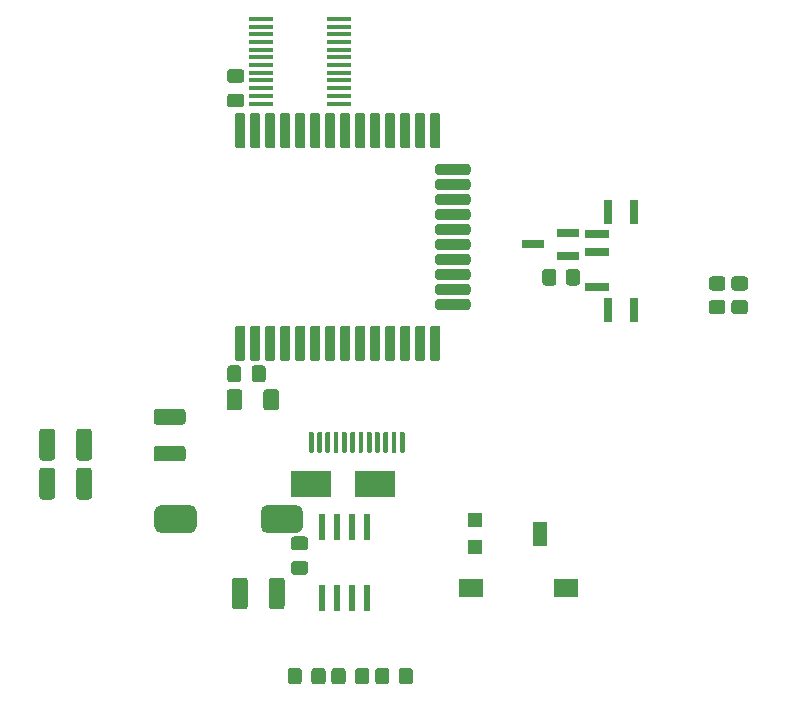
<source format=gbr>
G04 #@! TF.GenerationSoftware,KiCad,Pcbnew,(5.1.8)-1*
G04 #@! TF.CreationDate,2021-07-21T13:44:46+02:00*
G04 #@! TF.ProjectId,sensactUp2,73656e73-6163-4745-9570-322e6b696361,rev?*
G04 #@! TF.SameCoordinates,Original*
G04 #@! TF.FileFunction,Paste,Top*
G04 #@! TF.FilePolarity,Positive*
%FSLAX46Y46*%
G04 Gerber Fmt 4.6, Leading zero omitted, Abs format (unit mm)*
G04 Created by KiCad (PCBNEW (5.1.8)-1) date 2021-07-21 13:44:46*
%MOMM*%
%LPD*%
G01*
G04 APERTURE LIST*
%ADD10R,2.000000X0.400000*%
%ADD11R,0.800000X2.000000*%
%ADD12R,2.000000X0.700000*%
%ADD13R,1.900000X0.800000*%
%ADD14R,0.600000X2.200000*%
%ADD15R,2.000000X1.500000*%
%ADD16R,1.300000X1.300000*%
%ADD17R,1.300000X2.000000*%
%ADD18R,3.500000X2.300000*%
G04 APERTURE END LIST*
D10*
X83949000Y-82315000D03*
X83949000Y-81665000D03*
X83949000Y-81015000D03*
X83949000Y-80365000D03*
X83949000Y-79715000D03*
X83949000Y-79065000D03*
X83949000Y-78415000D03*
X83949000Y-77765000D03*
X83949000Y-77115000D03*
X83949000Y-76465000D03*
X83949000Y-75815000D03*
X90549000Y-75165000D03*
X90549000Y-75815000D03*
X90549000Y-76465000D03*
X90549000Y-77115000D03*
X90549000Y-77765000D03*
X90549000Y-78415000D03*
X90549000Y-79065000D03*
X90549000Y-79715000D03*
X90549000Y-80365000D03*
X90549000Y-81015000D03*
X90549000Y-81665000D03*
X83949000Y-75165000D03*
X90549000Y-82315000D03*
G36*
G01*
X82263000Y-80576000D02*
X81313000Y-80576000D01*
G75*
G02*
X81063000Y-80326000I0J250000D01*
G01*
X81063000Y-79651000D01*
G75*
G02*
X81313000Y-79401000I250000J0D01*
G01*
X82263000Y-79401000D01*
G75*
G02*
X82513000Y-79651000I0J-250000D01*
G01*
X82513000Y-80326000D01*
G75*
G02*
X82263000Y-80576000I-250000J0D01*
G01*
G37*
G36*
G01*
X82263000Y-82651000D02*
X81313000Y-82651000D01*
G75*
G02*
X81063000Y-82401000I0J250000D01*
G01*
X81063000Y-81726000D01*
G75*
G02*
X81313000Y-81476000I250000J0D01*
G01*
X82263000Y-81476000D01*
G75*
G02*
X82513000Y-81726000I0J-250000D01*
G01*
X82513000Y-82401000D01*
G75*
G02*
X82263000Y-82651000I-250000J0D01*
G01*
G37*
D11*
X113317000Y-99781000D03*
X113317000Y-91481000D03*
X115527000Y-91481000D03*
X115527000Y-99781000D03*
D12*
X112417000Y-93381000D03*
X112417000Y-94881000D03*
X112417000Y-97881000D03*
G36*
G01*
X109747000Y-97478001D02*
X109747000Y-96577999D01*
G75*
G02*
X109996999Y-96328000I249999J0D01*
G01*
X110697001Y-96328000D01*
G75*
G02*
X110947000Y-96577999I0J-249999D01*
G01*
X110947000Y-97478001D01*
G75*
G02*
X110697001Y-97728000I-249999J0D01*
G01*
X109996999Y-97728000D01*
G75*
G02*
X109747000Y-97478001I0J249999D01*
G01*
G37*
G36*
G01*
X107747000Y-97478001D02*
X107747000Y-96577999D01*
G75*
G02*
X107996999Y-96328000I249999J0D01*
G01*
X108697001Y-96328000D01*
G75*
G02*
X108947000Y-96577999I0J-249999D01*
G01*
X108947000Y-97478001D01*
G75*
G02*
X108697001Y-97728000I-249999J0D01*
G01*
X107996999Y-97728000D01*
G75*
G02*
X107747000Y-97478001I0J249999D01*
G01*
G37*
D13*
X106958000Y-94234000D03*
X109958000Y-93284000D03*
X109958000Y-95184000D03*
G36*
G01*
X96091000Y-110200000D02*
X96091000Y-111800000D01*
G75*
G02*
X95991000Y-111900000I-100000J0D01*
G01*
X95791000Y-111900000D01*
G75*
G02*
X95691000Y-111800000I0J100000D01*
G01*
X95691000Y-110200000D01*
G75*
G02*
X95791000Y-110100000I100000J0D01*
G01*
X95991000Y-110100000D01*
G75*
G02*
X96091000Y-110200000I0J-100000D01*
G01*
G37*
G36*
G01*
X95391000Y-110200000D02*
X95391000Y-111800000D01*
G75*
G02*
X95291000Y-111900000I-100000J0D01*
G01*
X95091000Y-111900000D01*
G75*
G02*
X94991000Y-111800000I0J100000D01*
G01*
X94991000Y-110200000D01*
G75*
G02*
X95091000Y-110100000I100000J0D01*
G01*
X95291000Y-110100000D01*
G75*
G02*
X95391000Y-110200000I0J-100000D01*
G01*
G37*
G36*
G01*
X94691000Y-110200000D02*
X94691000Y-111800000D01*
G75*
G02*
X94591000Y-111900000I-100000J0D01*
G01*
X94391000Y-111900000D01*
G75*
G02*
X94291000Y-111800000I0J100000D01*
G01*
X94291000Y-110200000D01*
G75*
G02*
X94391000Y-110100000I100000J0D01*
G01*
X94591000Y-110100000D01*
G75*
G02*
X94691000Y-110200000I0J-100000D01*
G01*
G37*
G36*
G01*
X93991000Y-110200000D02*
X93991000Y-111800000D01*
G75*
G02*
X93891000Y-111900000I-100000J0D01*
G01*
X93691000Y-111900000D01*
G75*
G02*
X93591000Y-111800000I0J100000D01*
G01*
X93591000Y-110200000D01*
G75*
G02*
X93691000Y-110100000I100000J0D01*
G01*
X93891000Y-110100000D01*
G75*
G02*
X93991000Y-110200000I0J-100000D01*
G01*
G37*
G36*
G01*
X93291000Y-110200000D02*
X93291000Y-111800000D01*
G75*
G02*
X93191000Y-111900000I-100000J0D01*
G01*
X92991000Y-111900000D01*
G75*
G02*
X92891000Y-111800000I0J100000D01*
G01*
X92891000Y-110200000D01*
G75*
G02*
X92991000Y-110100000I100000J0D01*
G01*
X93191000Y-110100000D01*
G75*
G02*
X93291000Y-110200000I0J-100000D01*
G01*
G37*
G36*
G01*
X92591000Y-110200000D02*
X92591000Y-111800000D01*
G75*
G02*
X92491000Y-111900000I-100000J0D01*
G01*
X92291000Y-111900000D01*
G75*
G02*
X92191000Y-111800000I0J100000D01*
G01*
X92191000Y-110200000D01*
G75*
G02*
X92291000Y-110100000I100000J0D01*
G01*
X92491000Y-110100000D01*
G75*
G02*
X92591000Y-110200000I0J-100000D01*
G01*
G37*
G36*
G01*
X91891000Y-110200000D02*
X91891000Y-111800000D01*
G75*
G02*
X91791000Y-111900000I-100000J0D01*
G01*
X91591000Y-111900000D01*
G75*
G02*
X91491000Y-111800000I0J100000D01*
G01*
X91491000Y-110200000D01*
G75*
G02*
X91591000Y-110100000I100000J0D01*
G01*
X91791000Y-110100000D01*
G75*
G02*
X91891000Y-110200000I0J-100000D01*
G01*
G37*
G36*
G01*
X91191000Y-110200000D02*
X91191000Y-111800000D01*
G75*
G02*
X91091000Y-111900000I-100000J0D01*
G01*
X90891000Y-111900000D01*
G75*
G02*
X90791000Y-111800000I0J100000D01*
G01*
X90791000Y-110200000D01*
G75*
G02*
X90891000Y-110100000I100000J0D01*
G01*
X91091000Y-110100000D01*
G75*
G02*
X91191000Y-110200000I0J-100000D01*
G01*
G37*
G36*
G01*
X90491000Y-110200000D02*
X90491000Y-111800000D01*
G75*
G02*
X90391000Y-111900000I-100000J0D01*
G01*
X90191000Y-111900000D01*
G75*
G02*
X90091000Y-111800000I0J100000D01*
G01*
X90091000Y-110200000D01*
G75*
G02*
X90191000Y-110100000I100000J0D01*
G01*
X90391000Y-110100000D01*
G75*
G02*
X90491000Y-110200000I0J-100000D01*
G01*
G37*
G36*
G01*
X89791000Y-110200000D02*
X89791000Y-111800000D01*
G75*
G02*
X89691000Y-111900000I-100000J0D01*
G01*
X89491000Y-111900000D01*
G75*
G02*
X89391000Y-111800000I0J100000D01*
G01*
X89391000Y-110200000D01*
G75*
G02*
X89491000Y-110100000I100000J0D01*
G01*
X89691000Y-110100000D01*
G75*
G02*
X89791000Y-110200000I0J-100000D01*
G01*
G37*
G36*
G01*
X89091000Y-110200000D02*
X89091000Y-111800000D01*
G75*
G02*
X88991000Y-111900000I-100000J0D01*
G01*
X88791000Y-111900000D01*
G75*
G02*
X88691000Y-111800000I0J100000D01*
G01*
X88691000Y-110200000D01*
G75*
G02*
X88791000Y-110100000I100000J0D01*
G01*
X88991000Y-110100000D01*
G75*
G02*
X89091000Y-110200000I0J-100000D01*
G01*
G37*
G36*
G01*
X88391000Y-110200000D02*
X88391000Y-111800000D01*
G75*
G02*
X88291000Y-111900000I-100000J0D01*
G01*
X88091000Y-111900000D01*
G75*
G02*
X87991000Y-111800000I0J100000D01*
G01*
X87991000Y-110200000D01*
G75*
G02*
X88091000Y-110100000I100000J0D01*
G01*
X88291000Y-110100000D01*
G75*
G02*
X88391000Y-110200000I0J-100000D01*
G01*
G37*
G36*
G01*
X81944000Y-83116000D02*
X82394000Y-83116000D01*
G75*
G02*
X82619000Y-83341000I0J-225000D01*
G01*
X82619000Y-85891000D01*
G75*
G02*
X82394000Y-86116000I-225000J0D01*
G01*
X81944000Y-86116000D01*
G75*
G02*
X81719000Y-85891000I0J225000D01*
G01*
X81719000Y-83341000D01*
G75*
G02*
X81944000Y-83116000I225000J0D01*
G01*
G37*
G36*
G01*
X83214000Y-83116000D02*
X83664000Y-83116000D01*
G75*
G02*
X83889000Y-83341000I0J-225000D01*
G01*
X83889000Y-85891000D01*
G75*
G02*
X83664000Y-86116000I-225000J0D01*
G01*
X83214000Y-86116000D01*
G75*
G02*
X82989000Y-85891000I0J225000D01*
G01*
X82989000Y-83341000D01*
G75*
G02*
X83214000Y-83116000I225000J0D01*
G01*
G37*
G36*
G01*
X84484000Y-83116000D02*
X84934000Y-83116000D01*
G75*
G02*
X85159000Y-83341000I0J-225000D01*
G01*
X85159000Y-85891000D01*
G75*
G02*
X84934000Y-86116000I-225000J0D01*
G01*
X84484000Y-86116000D01*
G75*
G02*
X84259000Y-85891000I0J225000D01*
G01*
X84259000Y-83341000D01*
G75*
G02*
X84484000Y-83116000I225000J0D01*
G01*
G37*
G36*
G01*
X85754000Y-83116000D02*
X86204000Y-83116000D01*
G75*
G02*
X86429000Y-83341000I0J-225000D01*
G01*
X86429000Y-85891000D01*
G75*
G02*
X86204000Y-86116000I-225000J0D01*
G01*
X85754000Y-86116000D01*
G75*
G02*
X85529000Y-85891000I0J225000D01*
G01*
X85529000Y-83341000D01*
G75*
G02*
X85754000Y-83116000I225000J0D01*
G01*
G37*
G36*
G01*
X87024000Y-83116000D02*
X87474000Y-83116000D01*
G75*
G02*
X87699000Y-83341000I0J-225000D01*
G01*
X87699000Y-85891000D01*
G75*
G02*
X87474000Y-86116000I-225000J0D01*
G01*
X87024000Y-86116000D01*
G75*
G02*
X86799000Y-85891000I0J225000D01*
G01*
X86799000Y-83341000D01*
G75*
G02*
X87024000Y-83116000I225000J0D01*
G01*
G37*
G36*
G01*
X88294000Y-83116000D02*
X88744000Y-83116000D01*
G75*
G02*
X88969000Y-83341000I0J-225000D01*
G01*
X88969000Y-85891000D01*
G75*
G02*
X88744000Y-86116000I-225000J0D01*
G01*
X88294000Y-86116000D01*
G75*
G02*
X88069000Y-85891000I0J225000D01*
G01*
X88069000Y-83341000D01*
G75*
G02*
X88294000Y-83116000I225000J0D01*
G01*
G37*
G36*
G01*
X89564000Y-83116000D02*
X90014000Y-83116000D01*
G75*
G02*
X90239000Y-83341000I0J-225000D01*
G01*
X90239000Y-85891000D01*
G75*
G02*
X90014000Y-86116000I-225000J0D01*
G01*
X89564000Y-86116000D01*
G75*
G02*
X89339000Y-85891000I0J225000D01*
G01*
X89339000Y-83341000D01*
G75*
G02*
X89564000Y-83116000I225000J0D01*
G01*
G37*
G36*
G01*
X90834000Y-83116000D02*
X91284000Y-83116000D01*
G75*
G02*
X91509000Y-83341000I0J-225000D01*
G01*
X91509000Y-85891000D01*
G75*
G02*
X91284000Y-86116000I-225000J0D01*
G01*
X90834000Y-86116000D01*
G75*
G02*
X90609000Y-85891000I0J225000D01*
G01*
X90609000Y-83341000D01*
G75*
G02*
X90834000Y-83116000I225000J0D01*
G01*
G37*
G36*
G01*
X92104000Y-83116000D02*
X92554000Y-83116000D01*
G75*
G02*
X92779000Y-83341000I0J-225000D01*
G01*
X92779000Y-85891000D01*
G75*
G02*
X92554000Y-86116000I-225000J0D01*
G01*
X92104000Y-86116000D01*
G75*
G02*
X91879000Y-85891000I0J225000D01*
G01*
X91879000Y-83341000D01*
G75*
G02*
X92104000Y-83116000I225000J0D01*
G01*
G37*
G36*
G01*
X93374000Y-83116000D02*
X93824000Y-83116000D01*
G75*
G02*
X94049000Y-83341000I0J-225000D01*
G01*
X94049000Y-85891000D01*
G75*
G02*
X93824000Y-86116000I-225000J0D01*
G01*
X93374000Y-86116000D01*
G75*
G02*
X93149000Y-85891000I0J225000D01*
G01*
X93149000Y-83341000D01*
G75*
G02*
X93374000Y-83116000I225000J0D01*
G01*
G37*
G36*
G01*
X94644000Y-83116000D02*
X95094000Y-83116000D01*
G75*
G02*
X95319000Y-83341000I0J-225000D01*
G01*
X95319000Y-85891000D01*
G75*
G02*
X95094000Y-86116000I-225000J0D01*
G01*
X94644000Y-86116000D01*
G75*
G02*
X94419000Y-85891000I0J225000D01*
G01*
X94419000Y-83341000D01*
G75*
G02*
X94644000Y-83116000I225000J0D01*
G01*
G37*
G36*
G01*
X95914000Y-83116000D02*
X96364000Y-83116000D01*
G75*
G02*
X96589000Y-83341000I0J-225000D01*
G01*
X96589000Y-85891000D01*
G75*
G02*
X96364000Y-86116000I-225000J0D01*
G01*
X95914000Y-86116000D01*
G75*
G02*
X95689000Y-85891000I0J225000D01*
G01*
X95689000Y-83341000D01*
G75*
G02*
X95914000Y-83116000I225000J0D01*
G01*
G37*
G36*
G01*
X97184000Y-83116000D02*
X97634000Y-83116000D01*
G75*
G02*
X97859000Y-83341000I0J-225000D01*
G01*
X97859000Y-85891000D01*
G75*
G02*
X97634000Y-86116000I-225000J0D01*
G01*
X97184000Y-86116000D01*
G75*
G02*
X96959000Y-85891000I0J225000D01*
G01*
X96959000Y-83341000D01*
G75*
G02*
X97184000Y-83116000I225000J0D01*
G01*
G37*
G36*
G01*
X98454000Y-83116000D02*
X98904000Y-83116000D01*
G75*
G02*
X99129000Y-83341000I0J-225000D01*
G01*
X99129000Y-85891000D01*
G75*
G02*
X98904000Y-86116000I-225000J0D01*
G01*
X98454000Y-86116000D01*
G75*
G02*
X98229000Y-85891000I0J225000D01*
G01*
X98229000Y-83341000D01*
G75*
G02*
X98454000Y-83116000I225000J0D01*
G01*
G37*
G36*
G01*
X101679000Y-87676000D02*
X101679000Y-88126000D01*
G75*
G02*
X101454000Y-88351000I-225000J0D01*
G01*
X98904000Y-88351000D01*
G75*
G02*
X98679000Y-88126000I0J225000D01*
G01*
X98679000Y-87676000D01*
G75*
G02*
X98904000Y-87451000I225000J0D01*
G01*
X101454000Y-87451000D01*
G75*
G02*
X101679000Y-87676000I0J-225000D01*
G01*
G37*
G36*
G01*
X101679000Y-88946000D02*
X101679000Y-89396000D01*
G75*
G02*
X101454000Y-89621000I-225000J0D01*
G01*
X98904000Y-89621000D01*
G75*
G02*
X98679000Y-89396000I0J225000D01*
G01*
X98679000Y-88946000D01*
G75*
G02*
X98904000Y-88721000I225000J0D01*
G01*
X101454000Y-88721000D01*
G75*
G02*
X101679000Y-88946000I0J-225000D01*
G01*
G37*
G36*
G01*
X101679000Y-90216000D02*
X101679000Y-90666000D01*
G75*
G02*
X101454000Y-90891000I-225000J0D01*
G01*
X98904000Y-90891000D01*
G75*
G02*
X98679000Y-90666000I0J225000D01*
G01*
X98679000Y-90216000D01*
G75*
G02*
X98904000Y-89991000I225000J0D01*
G01*
X101454000Y-89991000D01*
G75*
G02*
X101679000Y-90216000I0J-225000D01*
G01*
G37*
G36*
G01*
X101679000Y-91486000D02*
X101679000Y-91936000D01*
G75*
G02*
X101454000Y-92161000I-225000J0D01*
G01*
X98904000Y-92161000D01*
G75*
G02*
X98679000Y-91936000I0J225000D01*
G01*
X98679000Y-91486000D01*
G75*
G02*
X98904000Y-91261000I225000J0D01*
G01*
X101454000Y-91261000D01*
G75*
G02*
X101679000Y-91486000I0J-225000D01*
G01*
G37*
G36*
G01*
X101679000Y-92756000D02*
X101679000Y-93206000D01*
G75*
G02*
X101454000Y-93431000I-225000J0D01*
G01*
X98904000Y-93431000D01*
G75*
G02*
X98679000Y-93206000I0J225000D01*
G01*
X98679000Y-92756000D01*
G75*
G02*
X98904000Y-92531000I225000J0D01*
G01*
X101454000Y-92531000D01*
G75*
G02*
X101679000Y-92756000I0J-225000D01*
G01*
G37*
G36*
G01*
X101679000Y-94026000D02*
X101679000Y-94476000D01*
G75*
G02*
X101454000Y-94701000I-225000J0D01*
G01*
X98904000Y-94701000D01*
G75*
G02*
X98679000Y-94476000I0J225000D01*
G01*
X98679000Y-94026000D01*
G75*
G02*
X98904000Y-93801000I225000J0D01*
G01*
X101454000Y-93801000D01*
G75*
G02*
X101679000Y-94026000I0J-225000D01*
G01*
G37*
G36*
G01*
X101679000Y-95296000D02*
X101679000Y-95746000D01*
G75*
G02*
X101454000Y-95971000I-225000J0D01*
G01*
X98904000Y-95971000D01*
G75*
G02*
X98679000Y-95746000I0J225000D01*
G01*
X98679000Y-95296000D01*
G75*
G02*
X98904000Y-95071000I225000J0D01*
G01*
X101454000Y-95071000D01*
G75*
G02*
X101679000Y-95296000I0J-225000D01*
G01*
G37*
G36*
G01*
X101679000Y-96566000D02*
X101679000Y-97016000D01*
G75*
G02*
X101454000Y-97241000I-225000J0D01*
G01*
X98904000Y-97241000D01*
G75*
G02*
X98679000Y-97016000I0J225000D01*
G01*
X98679000Y-96566000D01*
G75*
G02*
X98904000Y-96341000I225000J0D01*
G01*
X101454000Y-96341000D01*
G75*
G02*
X101679000Y-96566000I0J-225000D01*
G01*
G37*
G36*
G01*
X101679000Y-97836000D02*
X101679000Y-98286000D01*
G75*
G02*
X101454000Y-98511000I-225000J0D01*
G01*
X98904000Y-98511000D01*
G75*
G02*
X98679000Y-98286000I0J225000D01*
G01*
X98679000Y-97836000D01*
G75*
G02*
X98904000Y-97611000I225000J0D01*
G01*
X101454000Y-97611000D01*
G75*
G02*
X101679000Y-97836000I0J-225000D01*
G01*
G37*
G36*
G01*
X101679000Y-99106000D02*
X101679000Y-99556000D01*
G75*
G02*
X101454000Y-99781000I-225000J0D01*
G01*
X98904000Y-99781000D01*
G75*
G02*
X98679000Y-99556000I0J225000D01*
G01*
X98679000Y-99106000D01*
G75*
G02*
X98904000Y-98881000I225000J0D01*
G01*
X101454000Y-98881000D01*
G75*
G02*
X101679000Y-99106000I0J-225000D01*
G01*
G37*
G36*
G01*
X98904000Y-104116000D02*
X98454000Y-104116000D01*
G75*
G02*
X98229000Y-103891000I0J225000D01*
G01*
X98229000Y-101341000D01*
G75*
G02*
X98454000Y-101116000I225000J0D01*
G01*
X98904000Y-101116000D01*
G75*
G02*
X99129000Y-101341000I0J-225000D01*
G01*
X99129000Y-103891000D01*
G75*
G02*
X98904000Y-104116000I-225000J0D01*
G01*
G37*
G36*
G01*
X97634000Y-104116000D02*
X97184000Y-104116000D01*
G75*
G02*
X96959000Y-103891000I0J225000D01*
G01*
X96959000Y-101341000D01*
G75*
G02*
X97184000Y-101116000I225000J0D01*
G01*
X97634000Y-101116000D01*
G75*
G02*
X97859000Y-101341000I0J-225000D01*
G01*
X97859000Y-103891000D01*
G75*
G02*
X97634000Y-104116000I-225000J0D01*
G01*
G37*
G36*
G01*
X96364000Y-104116000D02*
X95914000Y-104116000D01*
G75*
G02*
X95689000Y-103891000I0J225000D01*
G01*
X95689000Y-101341000D01*
G75*
G02*
X95914000Y-101116000I225000J0D01*
G01*
X96364000Y-101116000D01*
G75*
G02*
X96589000Y-101341000I0J-225000D01*
G01*
X96589000Y-103891000D01*
G75*
G02*
X96364000Y-104116000I-225000J0D01*
G01*
G37*
G36*
G01*
X95094000Y-104116000D02*
X94644000Y-104116000D01*
G75*
G02*
X94419000Y-103891000I0J225000D01*
G01*
X94419000Y-101341000D01*
G75*
G02*
X94644000Y-101116000I225000J0D01*
G01*
X95094000Y-101116000D01*
G75*
G02*
X95319000Y-101341000I0J-225000D01*
G01*
X95319000Y-103891000D01*
G75*
G02*
X95094000Y-104116000I-225000J0D01*
G01*
G37*
G36*
G01*
X93824000Y-104116000D02*
X93374000Y-104116000D01*
G75*
G02*
X93149000Y-103891000I0J225000D01*
G01*
X93149000Y-101341000D01*
G75*
G02*
X93374000Y-101116000I225000J0D01*
G01*
X93824000Y-101116000D01*
G75*
G02*
X94049000Y-101341000I0J-225000D01*
G01*
X94049000Y-103891000D01*
G75*
G02*
X93824000Y-104116000I-225000J0D01*
G01*
G37*
G36*
G01*
X92554000Y-104116000D02*
X92104000Y-104116000D01*
G75*
G02*
X91879000Y-103891000I0J225000D01*
G01*
X91879000Y-101341000D01*
G75*
G02*
X92104000Y-101116000I225000J0D01*
G01*
X92554000Y-101116000D01*
G75*
G02*
X92779000Y-101341000I0J-225000D01*
G01*
X92779000Y-103891000D01*
G75*
G02*
X92554000Y-104116000I-225000J0D01*
G01*
G37*
G36*
G01*
X91284000Y-104116000D02*
X90834000Y-104116000D01*
G75*
G02*
X90609000Y-103891000I0J225000D01*
G01*
X90609000Y-101341000D01*
G75*
G02*
X90834000Y-101116000I225000J0D01*
G01*
X91284000Y-101116000D01*
G75*
G02*
X91509000Y-101341000I0J-225000D01*
G01*
X91509000Y-103891000D01*
G75*
G02*
X91284000Y-104116000I-225000J0D01*
G01*
G37*
G36*
G01*
X90014000Y-104116000D02*
X89564000Y-104116000D01*
G75*
G02*
X89339000Y-103891000I0J225000D01*
G01*
X89339000Y-101341000D01*
G75*
G02*
X89564000Y-101116000I225000J0D01*
G01*
X90014000Y-101116000D01*
G75*
G02*
X90239000Y-101341000I0J-225000D01*
G01*
X90239000Y-103891000D01*
G75*
G02*
X90014000Y-104116000I-225000J0D01*
G01*
G37*
G36*
G01*
X88744000Y-104116000D02*
X88294000Y-104116000D01*
G75*
G02*
X88069000Y-103891000I0J225000D01*
G01*
X88069000Y-101341000D01*
G75*
G02*
X88294000Y-101116000I225000J0D01*
G01*
X88744000Y-101116000D01*
G75*
G02*
X88969000Y-101341000I0J-225000D01*
G01*
X88969000Y-103891000D01*
G75*
G02*
X88744000Y-104116000I-225000J0D01*
G01*
G37*
G36*
G01*
X87474000Y-104116000D02*
X87024000Y-104116000D01*
G75*
G02*
X86799000Y-103891000I0J225000D01*
G01*
X86799000Y-101341000D01*
G75*
G02*
X87024000Y-101116000I225000J0D01*
G01*
X87474000Y-101116000D01*
G75*
G02*
X87699000Y-101341000I0J-225000D01*
G01*
X87699000Y-103891000D01*
G75*
G02*
X87474000Y-104116000I-225000J0D01*
G01*
G37*
G36*
G01*
X86204000Y-104116000D02*
X85754000Y-104116000D01*
G75*
G02*
X85529000Y-103891000I0J225000D01*
G01*
X85529000Y-101341000D01*
G75*
G02*
X85754000Y-101116000I225000J0D01*
G01*
X86204000Y-101116000D01*
G75*
G02*
X86429000Y-101341000I0J-225000D01*
G01*
X86429000Y-103891000D01*
G75*
G02*
X86204000Y-104116000I-225000J0D01*
G01*
G37*
G36*
G01*
X84934000Y-104116000D02*
X84484000Y-104116000D01*
G75*
G02*
X84259000Y-103891000I0J225000D01*
G01*
X84259000Y-101341000D01*
G75*
G02*
X84484000Y-101116000I225000J0D01*
G01*
X84934000Y-101116000D01*
G75*
G02*
X85159000Y-101341000I0J-225000D01*
G01*
X85159000Y-103891000D01*
G75*
G02*
X84934000Y-104116000I-225000J0D01*
G01*
G37*
G36*
G01*
X83664000Y-104116000D02*
X83214000Y-104116000D01*
G75*
G02*
X82989000Y-103891000I0J225000D01*
G01*
X82989000Y-101341000D01*
G75*
G02*
X83214000Y-101116000I225000J0D01*
G01*
X83664000Y-101116000D01*
G75*
G02*
X83889000Y-101341000I0J-225000D01*
G01*
X83889000Y-103891000D01*
G75*
G02*
X83664000Y-104116000I-225000J0D01*
G01*
G37*
G36*
G01*
X82394000Y-104116000D02*
X81944000Y-104116000D01*
G75*
G02*
X81719000Y-103891000I0J225000D01*
G01*
X81719000Y-101341000D01*
G75*
G02*
X81944000Y-101116000I225000J0D01*
G01*
X82394000Y-101116000D01*
G75*
G02*
X82619000Y-101341000I0J-225000D01*
G01*
X82619000Y-103891000D01*
G75*
G02*
X82394000Y-104116000I-225000J0D01*
G01*
G37*
D14*
X89095000Y-118200000D03*
X90365000Y-118200000D03*
X91635000Y-118200000D03*
X92905000Y-118200000D03*
X92905000Y-124200000D03*
X91635000Y-124200000D03*
X90365000Y-124200000D03*
X89095000Y-124200000D03*
D15*
X109727000Y-123317000D03*
X101727000Y-123317000D03*
D16*
X102025000Y-119895000D03*
D17*
X107525000Y-118745000D03*
D16*
X102025000Y-117595000D03*
G36*
G01*
X95600000Y-131250001D02*
X95600000Y-130349999D01*
G75*
G02*
X95849999Y-130100000I249999J0D01*
G01*
X96550001Y-130100000D01*
G75*
G02*
X96800000Y-130349999I0J-249999D01*
G01*
X96800000Y-131250001D01*
G75*
G02*
X96550001Y-131500000I-249999J0D01*
G01*
X95849999Y-131500000D01*
G75*
G02*
X95600000Y-131250001I0J249999D01*
G01*
G37*
G36*
G01*
X93600000Y-131250001D02*
X93600000Y-130349999D01*
G75*
G02*
X93849999Y-130100000I249999J0D01*
G01*
X94550001Y-130100000D01*
G75*
G02*
X94800000Y-130349999I0J-249999D01*
G01*
X94800000Y-131250001D01*
G75*
G02*
X94550001Y-131500000I-249999J0D01*
G01*
X93849999Y-131500000D01*
G75*
G02*
X93600000Y-131250001I0J249999D01*
G01*
G37*
G36*
G01*
X91900000Y-131250001D02*
X91900000Y-130349999D01*
G75*
G02*
X92149999Y-130100000I249999J0D01*
G01*
X92850001Y-130100000D01*
G75*
G02*
X93100000Y-130349999I0J-249999D01*
G01*
X93100000Y-131250001D01*
G75*
G02*
X92850001Y-131500000I-249999J0D01*
G01*
X92149999Y-131500000D01*
G75*
G02*
X91900000Y-131250001I0J249999D01*
G01*
G37*
G36*
G01*
X89900000Y-131250001D02*
X89900000Y-130349999D01*
G75*
G02*
X90149999Y-130100000I249999J0D01*
G01*
X90850001Y-130100000D01*
G75*
G02*
X91100000Y-130349999I0J-249999D01*
G01*
X91100000Y-131250001D01*
G75*
G02*
X90850001Y-131500000I-249999J0D01*
G01*
X90149999Y-131500000D01*
G75*
G02*
X89900000Y-131250001I0J249999D01*
G01*
G37*
G36*
G01*
X88200000Y-131250001D02*
X88200000Y-130349999D01*
G75*
G02*
X88449999Y-130100000I249999J0D01*
G01*
X89150001Y-130100000D01*
G75*
G02*
X89400000Y-130349999I0J-249999D01*
G01*
X89400000Y-131250001D01*
G75*
G02*
X89150001Y-131500000I-249999J0D01*
G01*
X88449999Y-131500000D01*
G75*
G02*
X88200000Y-131250001I0J249999D01*
G01*
G37*
G36*
G01*
X86200000Y-131250001D02*
X86200000Y-130349999D01*
G75*
G02*
X86449999Y-130100000I249999J0D01*
G01*
X87150001Y-130100000D01*
G75*
G02*
X87400000Y-130349999I0J-249999D01*
G01*
X87400000Y-131250001D01*
G75*
G02*
X87150001Y-131500000I-249999J0D01*
G01*
X86449999Y-131500000D01*
G75*
G02*
X86200000Y-131250001I0J249999D01*
G01*
G37*
G36*
G01*
X86900000Y-118700000D02*
X84500000Y-118700000D01*
G75*
G02*
X83900000Y-118100000I0J600000D01*
G01*
X83900000Y-116900000D01*
G75*
G02*
X84500000Y-116300000I600000J0D01*
G01*
X86900000Y-116300000D01*
G75*
G02*
X87500000Y-116900000I0J-600000D01*
G01*
X87500000Y-118100000D01*
G75*
G02*
X86900000Y-118700000I-600000J0D01*
G01*
G37*
G36*
G01*
X77900000Y-118700000D02*
X75500000Y-118700000D01*
G75*
G02*
X74900000Y-118100000I0J600000D01*
G01*
X74900000Y-116900000D01*
G75*
G02*
X75500000Y-116300000I600000J0D01*
G01*
X77900000Y-116300000D01*
G75*
G02*
X78500000Y-116900000I0J-600000D01*
G01*
X78500000Y-118100000D01*
G75*
G02*
X77900000Y-118700000I-600000J0D01*
G01*
G37*
D18*
X93600000Y-114554000D03*
X88200000Y-114554000D03*
G36*
G01*
X77300001Y-109500000D02*
X75099999Y-109500000D01*
G75*
G02*
X74850000Y-109250001I0J249999D01*
G01*
X74850000Y-108424999D01*
G75*
G02*
X75099999Y-108175000I249999J0D01*
G01*
X77300001Y-108175000D01*
G75*
G02*
X77550000Y-108424999I0J-249999D01*
G01*
X77550000Y-109250001D01*
G75*
G02*
X77300001Y-109500000I-249999J0D01*
G01*
G37*
G36*
G01*
X77300001Y-112625000D02*
X75099999Y-112625000D01*
G75*
G02*
X74850000Y-112375001I0J249999D01*
G01*
X74850000Y-111549999D01*
G75*
G02*
X75099999Y-111300000I249999J0D01*
G01*
X77300001Y-111300000D01*
G75*
G02*
X77550000Y-111549999I0J-249999D01*
G01*
X77550000Y-112375001D01*
G75*
G02*
X77300001Y-112625000I-249999J0D01*
G01*
G37*
G36*
G01*
X66500000Y-113399999D02*
X66500000Y-115600001D01*
G75*
G02*
X66250001Y-115850000I-249999J0D01*
G01*
X65424999Y-115850000D01*
G75*
G02*
X65175000Y-115600001I0J249999D01*
G01*
X65175000Y-113399999D01*
G75*
G02*
X65424999Y-113150000I249999J0D01*
G01*
X66250001Y-113150000D01*
G75*
G02*
X66500000Y-113399999I0J-249999D01*
G01*
G37*
G36*
G01*
X69625000Y-113399999D02*
X69625000Y-115600001D01*
G75*
G02*
X69375001Y-115850000I-249999J0D01*
G01*
X68549999Y-115850000D01*
G75*
G02*
X68300000Y-115600001I0J249999D01*
G01*
X68300000Y-113399999D01*
G75*
G02*
X68549999Y-113150000I249999J0D01*
G01*
X69375001Y-113150000D01*
G75*
G02*
X69625000Y-113399999I0J-249999D01*
G01*
G37*
G36*
G01*
X66500000Y-110099999D02*
X66500000Y-112300001D01*
G75*
G02*
X66250001Y-112550000I-249999J0D01*
G01*
X65424999Y-112550000D01*
G75*
G02*
X65175000Y-112300001I0J249999D01*
G01*
X65175000Y-110099999D01*
G75*
G02*
X65424999Y-109850000I249999J0D01*
G01*
X66250001Y-109850000D01*
G75*
G02*
X66500000Y-110099999I0J-249999D01*
G01*
G37*
G36*
G01*
X69625000Y-110099999D02*
X69625000Y-112300001D01*
G75*
G02*
X69375001Y-112550000I-249999J0D01*
G01*
X68549999Y-112550000D01*
G75*
G02*
X68300000Y-112300001I0J249999D01*
G01*
X68300000Y-110099999D01*
G75*
G02*
X68549999Y-109850000I249999J0D01*
G01*
X69375001Y-109850000D01*
G75*
G02*
X69625000Y-110099999I0J-249999D01*
G01*
G37*
G36*
G01*
X82800000Y-122699999D02*
X82800000Y-124900001D01*
G75*
G02*
X82550001Y-125150000I-249999J0D01*
G01*
X81724999Y-125150000D01*
G75*
G02*
X81475000Y-124900001I0J249999D01*
G01*
X81475000Y-122699999D01*
G75*
G02*
X81724999Y-122450000I249999J0D01*
G01*
X82550001Y-122450000D01*
G75*
G02*
X82800000Y-122699999I0J-249999D01*
G01*
G37*
G36*
G01*
X85925000Y-122699999D02*
X85925000Y-124900001D01*
G75*
G02*
X85675001Y-125150000I-249999J0D01*
G01*
X84849999Y-125150000D01*
G75*
G02*
X84600000Y-124900001I0J249999D01*
G01*
X84600000Y-122699999D01*
G75*
G02*
X84849999Y-122450000I249999J0D01*
G01*
X85675001Y-122450000D01*
G75*
G02*
X85925000Y-122699999I0J-249999D01*
G01*
G37*
G36*
G01*
X86725000Y-121050000D02*
X87675000Y-121050000D01*
G75*
G02*
X87925000Y-121300000I0J-250000D01*
G01*
X87925000Y-121975000D01*
G75*
G02*
X87675000Y-122225000I-250000J0D01*
G01*
X86725000Y-122225000D01*
G75*
G02*
X86475000Y-121975000I0J250000D01*
G01*
X86475000Y-121300000D01*
G75*
G02*
X86725000Y-121050000I250000J0D01*
G01*
G37*
G36*
G01*
X86725000Y-118975000D02*
X87675000Y-118975000D01*
G75*
G02*
X87925000Y-119225000I0J-250000D01*
G01*
X87925000Y-119900000D01*
G75*
G02*
X87675000Y-120150000I-250000J0D01*
G01*
X86725000Y-120150000D01*
G75*
G02*
X86475000Y-119900000I0J250000D01*
G01*
X86475000Y-119225000D01*
G75*
G02*
X86725000Y-118975000I250000J0D01*
G01*
G37*
G36*
G01*
X82250000Y-104725000D02*
X82250000Y-105675000D01*
G75*
G02*
X82000000Y-105925000I-250000J0D01*
G01*
X81325000Y-105925000D01*
G75*
G02*
X81075000Y-105675000I0J250000D01*
G01*
X81075000Y-104725000D01*
G75*
G02*
X81325000Y-104475000I250000J0D01*
G01*
X82000000Y-104475000D01*
G75*
G02*
X82250000Y-104725000I0J-250000D01*
G01*
G37*
G36*
G01*
X84325000Y-104725000D02*
X84325000Y-105675000D01*
G75*
G02*
X84075000Y-105925000I-250000J0D01*
G01*
X83400000Y-105925000D01*
G75*
G02*
X83150000Y-105675000I0J250000D01*
G01*
X83150000Y-104725000D01*
G75*
G02*
X83400000Y-104475000I250000J0D01*
G01*
X84075000Y-104475000D01*
G75*
G02*
X84325000Y-104725000I0J-250000D01*
G01*
G37*
G36*
G01*
X82342000Y-106749999D02*
X82342000Y-108050001D01*
G75*
G02*
X82092001Y-108300000I-249999J0D01*
G01*
X81266999Y-108300000D01*
G75*
G02*
X81017000Y-108050001I0J249999D01*
G01*
X81017000Y-106749999D01*
G75*
G02*
X81266999Y-106500000I249999J0D01*
G01*
X82092001Y-106500000D01*
G75*
G02*
X82342000Y-106749999I0J-249999D01*
G01*
G37*
G36*
G01*
X85467000Y-106749999D02*
X85467000Y-108050001D01*
G75*
G02*
X85217001Y-108300000I-249999J0D01*
G01*
X84391999Y-108300000D01*
G75*
G02*
X84142000Y-108050001I0J249999D01*
G01*
X84142000Y-106749999D01*
G75*
G02*
X84391999Y-106500000I249999J0D01*
G01*
X85217001Y-106500000D01*
G75*
G02*
X85467000Y-106749999I0J-249999D01*
G01*
G37*
G36*
G01*
X123005001Y-98152000D02*
X122104999Y-98152000D01*
G75*
G02*
X121855000Y-97902001I0J249999D01*
G01*
X121855000Y-97201999D01*
G75*
G02*
X122104999Y-96952000I249999J0D01*
G01*
X123005001Y-96952000D01*
G75*
G02*
X123255000Y-97201999I0J-249999D01*
G01*
X123255000Y-97902001D01*
G75*
G02*
X123005001Y-98152000I-249999J0D01*
G01*
G37*
G36*
G01*
X123005001Y-100152000D02*
X122104999Y-100152000D01*
G75*
G02*
X121855000Y-99902001I0J249999D01*
G01*
X121855000Y-99201999D01*
G75*
G02*
X122104999Y-98952000I249999J0D01*
G01*
X123005001Y-98952000D01*
G75*
G02*
X123255000Y-99201999I0J-249999D01*
G01*
X123255000Y-99902001D01*
G75*
G02*
X123005001Y-100152000I-249999J0D01*
G01*
G37*
G36*
G01*
X124910001Y-98152000D02*
X124009999Y-98152000D01*
G75*
G02*
X123760000Y-97902001I0J249999D01*
G01*
X123760000Y-97201999D01*
G75*
G02*
X124009999Y-96952000I249999J0D01*
G01*
X124910001Y-96952000D01*
G75*
G02*
X125160000Y-97201999I0J-249999D01*
G01*
X125160000Y-97902001D01*
G75*
G02*
X124910001Y-98152000I-249999J0D01*
G01*
G37*
G36*
G01*
X124910001Y-100152000D02*
X124009999Y-100152000D01*
G75*
G02*
X123760000Y-99902001I0J249999D01*
G01*
X123760000Y-99201999D01*
G75*
G02*
X124009999Y-98952000I249999J0D01*
G01*
X124910001Y-98952000D01*
G75*
G02*
X125160000Y-99201999I0J-249999D01*
G01*
X125160000Y-99902001D01*
G75*
G02*
X124910001Y-100152000I-249999J0D01*
G01*
G37*
M02*

</source>
